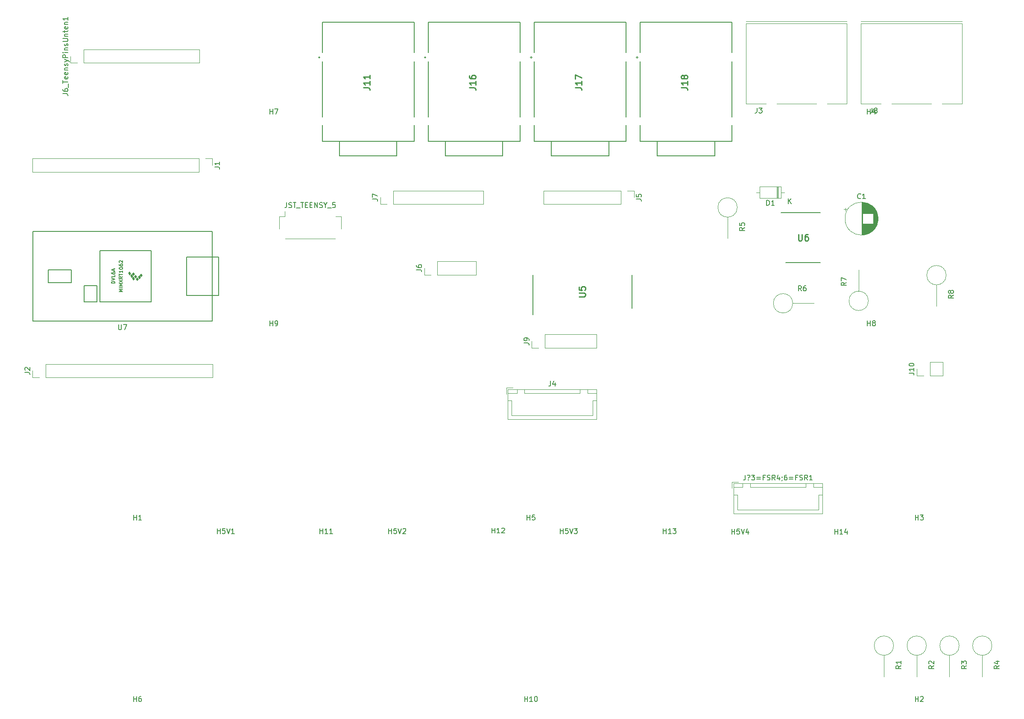
<source format=gbr>
%TF.GenerationSoftware,KiCad,Pcbnew,(6.0.4)*%
%TF.CreationDate,2022-07-24T12:14:58+02:00*%
%TF.ProjectId,MHS_Mobile_Hardware_Sampler_V3,4d48535f-4d6f-4626-996c-655f48617264,rev?*%
%TF.SameCoordinates,Original*%
%TF.FileFunction,Legend,Top*%
%TF.FilePolarity,Positive*%
%FSLAX46Y46*%
G04 Gerber Fmt 4.6, Leading zero omitted, Abs format (unit mm)*
G04 Created by KiCad (PCBNEW (6.0.4)) date 2022-07-24 12:14:58*
%MOMM*%
%LPD*%
G01*
G04 APERTURE LIST*
%ADD10C,0.150000*%
%ADD11C,0.254000*%
%ADD12C,0.100000*%
%ADD13C,0.120000*%
%ADD14C,0.200000*%
G04 APERTURE END LIST*
D10*
%TO.C,H13*%
X142761904Y-119642380D02*
X142761904Y-118642380D01*
X142761904Y-119118571D02*
X143333333Y-119118571D01*
X143333333Y-119642380D02*
X143333333Y-118642380D01*
X144333333Y-119642380D02*
X143761904Y-119642380D01*
X144047619Y-119642380D02*
X144047619Y-118642380D01*
X143952380Y-118785238D01*
X143857142Y-118880476D01*
X143761904Y-118928095D01*
X144666666Y-118642380D02*
X145285714Y-118642380D01*
X144952380Y-119023333D01*
X145095238Y-119023333D01*
X145190476Y-119070952D01*
X145238095Y-119118571D01*
X145285714Y-119213809D01*
X145285714Y-119451904D01*
X145238095Y-119547142D01*
X145190476Y-119594761D01*
X145095238Y-119642380D01*
X144809523Y-119642380D01*
X144714285Y-119594761D01*
X144666666Y-119547142D01*
%TO.C,H14*%
X176761904Y-119742380D02*
X176761904Y-118742380D01*
X176761904Y-119218571D02*
X177333333Y-119218571D01*
X177333333Y-119742380D02*
X177333333Y-118742380D01*
X178333333Y-119742380D02*
X177761904Y-119742380D01*
X178047619Y-119742380D02*
X178047619Y-118742380D01*
X177952380Y-118885238D01*
X177857142Y-118980476D01*
X177761904Y-119028095D01*
X179190476Y-119075714D02*
X179190476Y-119742380D01*
X178952380Y-118694761D02*
X178714285Y-119409047D01*
X179333333Y-119409047D01*
%TO.C,U7*%
X34748095Y-78232380D02*
X34748095Y-79041904D01*
X34795714Y-79137142D01*
X34843333Y-79184761D01*
X34938571Y-79232380D01*
X35129047Y-79232380D01*
X35224285Y-79184761D01*
X35271904Y-79137142D01*
X35319523Y-79041904D01*
X35319523Y-78232380D01*
X35700476Y-78232380D02*
X36367142Y-78232380D01*
X35938571Y-79232380D01*
X35572666Y-71703333D02*
X34872666Y-71703333D01*
X35372666Y-71470000D01*
X34872666Y-71236666D01*
X35572666Y-71236666D01*
X35572666Y-70903333D02*
X34872666Y-70903333D01*
X35572666Y-70570000D02*
X34872666Y-70570000D01*
X35372666Y-70336666D01*
X34872666Y-70103333D01*
X35572666Y-70103333D01*
X34872666Y-69836666D02*
X35572666Y-69370000D01*
X34872666Y-69370000D02*
X35572666Y-69836666D01*
X35572666Y-68703333D02*
X35239333Y-68936666D01*
X35572666Y-69103333D02*
X34872666Y-69103333D01*
X34872666Y-68836666D01*
X34906000Y-68770000D01*
X34939333Y-68736666D01*
X35006000Y-68703333D01*
X35106000Y-68703333D01*
X35172666Y-68736666D01*
X35206000Y-68770000D01*
X35239333Y-68836666D01*
X35239333Y-69103333D01*
X34872666Y-68503333D02*
X34872666Y-68103333D01*
X35572666Y-68303333D02*
X34872666Y-68303333D01*
X35572666Y-67503333D02*
X35572666Y-67903333D01*
X35572666Y-67703333D02*
X34872666Y-67703333D01*
X34972666Y-67770000D01*
X35039333Y-67836666D01*
X35072666Y-67903333D01*
X34872666Y-67070000D02*
X34872666Y-67003333D01*
X34906000Y-66936666D01*
X34939333Y-66903333D01*
X35006000Y-66870000D01*
X35139333Y-66836666D01*
X35306000Y-66836666D01*
X35439333Y-66870000D01*
X35506000Y-66903333D01*
X35539333Y-66936666D01*
X35572666Y-67003333D01*
X35572666Y-67070000D01*
X35539333Y-67136666D01*
X35506000Y-67170000D01*
X35439333Y-67203333D01*
X35306000Y-67236666D01*
X35139333Y-67236666D01*
X35006000Y-67203333D01*
X34939333Y-67170000D01*
X34906000Y-67136666D01*
X34872666Y-67070000D01*
X34872666Y-66236666D02*
X34872666Y-66370000D01*
X34906000Y-66436666D01*
X34939333Y-66470000D01*
X35039333Y-66536666D01*
X35172666Y-66570000D01*
X35439333Y-66570000D01*
X35506000Y-66536666D01*
X35539333Y-66503333D01*
X35572666Y-66436666D01*
X35572666Y-66303333D01*
X35539333Y-66236666D01*
X35506000Y-66203333D01*
X35439333Y-66170000D01*
X35272666Y-66170000D01*
X35206000Y-66203333D01*
X35172666Y-66236666D01*
X35139333Y-66303333D01*
X35139333Y-66436666D01*
X35172666Y-66503333D01*
X35206000Y-66536666D01*
X35272666Y-66570000D01*
X34939333Y-65903333D02*
X34906000Y-65870000D01*
X34872666Y-65803333D01*
X34872666Y-65636666D01*
X34906000Y-65570000D01*
X34939333Y-65536666D01*
X35006000Y-65503333D01*
X35072666Y-65503333D01*
X35172666Y-65536666D01*
X35572666Y-65936666D01*
X35572666Y-65503333D01*
X34048666Y-70020000D02*
X33348666Y-70020000D01*
X33348666Y-69853333D01*
X33382000Y-69753333D01*
X33448666Y-69686666D01*
X33515333Y-69653333D01*
X33648666Y-69620000D01*
X33748666Y-69620000D01*
X33882000Y-69653333D01*
X33948666Y-69686666D01*
X34015333Y-69753333D01*
X34048666Y-69853333D01*
X34048666Y-70020000D01*
X33348666Y-69420000D02*
X34048666Y-69186666D01*
X33348666Y-68953333D01*
X34048666Y-68386666D02*
X34048666Y-68720000D01*
X33348666Y-68720000D01*
X33348666Y-67853333D02*
X33348666Y-67986666D01*
X33382000Y-68053333D01*
X33415333Y-68086666D01*
X33515333Y-68153333D01*
X33648666Y-68186666D01*
X33915333Y-68186666D01*
X33982000Y-68153333D01*
X34015333Y-68120000D01*
X34048666Y-68053333D01*
X34048666Y-67920000D01*
X34015333Y-67853333D01*
X33982000Y-67820000D01*
X33915333Y-67786666D01*
X33748666Y-67786666D01*
X33682000Y-67820000D01*
X33648666Y-67853333D01*
X33615333Y-67920000D01*
X33615333Y-68053333D01*
X33648666Y-68120000D01*
X33682000Y-68153333D01*
X33748666Y-68186666D01*
X33848666Y-67520000D02*
X33848666Y-67186666D01*
X34048666Y-67586666D02*
X33348666Y-67353333D01*
X34048666Y-67120000D01*
%TO.C,H5V1*%
X54333333Y-119642380D02*
X54333333Y-118642380D01*
X54333333Y-119118571D02*
X54904761Y-119118571D01*
X54904761Y-119642380D02*
X54904761Y-118642380D01*
X55857142Y-118642380D02*
X55380952Y-118642380D01*
X55333333Y-119118571D01*
X55380952Y-119070952D01*
X55476190Y-119023333D01*
X55714285Y-119023333D01*
X55809523Y-119070952D01*
X55857142Y-119118571D01*
X55904761Y-119213809D01*
X55904761Y-119451904D01*
X55857142Y-119547142D01*
X55809523Y-119594761D01*
X55714285Y-119642380D01*
X55476190Y-119642380D01*
X55380952Y-119594761D01*
X55333333Y-119547142D01*
X56190476Y-118642380D02*
X56523809Y-119642380D01*
X56857142Y-118642380D01*
X57714285Y-119642380D02*
X57142857Y-119642380D01*
X57428571Y-119642380D02*
X57428571Y-118642380D01*
X57333333Y-118785238D01*
X57238095Y-118880476D01*
X57142857Y-118928095D01*
%TO.C,J6_TeensyPinsUnten1*%
X23697380Y-32404761D02*
X24411666Y-32404761D01*
X24554523Y-32452380D01*
X24649761Y-32547619D01*
X24697380Y-32690476D01*
X24697380Y-32785714D01*
X23697380Y-31500000D02*
X23697380Y-31690476D01*
X23745000Y-31785714D01*
X23792619Y-31833333D01*
X23935476Y-31928571D01*
X24125952Y-31976190D01*
X24506904Y-31976190D01*
X24602142Y-31928571D01*
X24649761Y-31880952D01*
X24697380Y-31785714D01*
X24697380Y-31595238D01*
X24649761Y-31500000D01*
X24602142Y-31452380D01*
X24506904Y-31404761D01*
X24268809Y-31404761D01*
X24173571Y-31452380D01*
X24125952Y-31500000D01*
X24078333Y-31595238D01*
X24078333Y-31785714D01*
X24125952Y-31880952D01*
X24173571Y-31928571D01*
X24268809Y-31976190D01*
X24792619Y-31214285D02*
X24792619Y-30452380D01*
X23697380Y-30357142D02*
X23697380Y-29785714D01*
X24697380Y-30071428D02*
X23697380Y-30071428D01*
X24649761Y-29071428D02*
X24697380Y-29166666D01*
X24697380Y-29357142D01*
X24649761Y-29452380D01*
X24554523Y-29500000D01*
X24173571Y-29500000D01*
X24078333Y-29452380D01*
X24030714Y-29357142D01*
X24030714Y-29166666D01*
X24078333Y-29071428D01*
X24173571Y-29023809D01*
X24268809Y-29023809D01*
X24364047Y-29500000D01*
X24649761Y-28214285D02*
X24697380Y-28309523D01*
X24697380Y-28500000D01*
X24649761Y-28595238D01*
X24554523Y-28642857D01*
X24173571Y-28642857D01*
X24078333Y-28595238D01*
X24030714Y-28500000D01*
X24030714Y-28309523D01*
X24078333Y-28214285D01*
X24173571Y-28166666D01*
X24268809Y-28166666D01*
X24364047Y-28642857D01*
X24030714Y-27738095D02*
X24697380Y-27738095D01*
X24125952Y-27738095D02*
X24078333Y-27690476D01*
X24030714Y-27595238D01*
X24030714Y-27452380D01*
X24078333Y-27357142D01*
X24173571Y-27309523D01*
X24697380Y-27309523D01*
X24649761Y-26880952D02*
X24697380Y-26785714D01*
X24697380Y-26595238D01*
X24649761Y-26500000D01*
X24554523Y-26452380D01*
X24506904Y-26452380D01*
X24411666Y-26500000D01*
X24364047Y-26595238D01*
X24364047Y-26738095D01*
X24316428Y-26833333D01*
X24221190Y-26880952D01*
X24173571Y-26880952D01*
X24078333Y-26833333D01*
X24030714Y-26738095D01*
X24030714Y-26595238D01*
X24078333Y-26500000D01*
X24030714Y-26119047D02*
X24697380Y-25880952D01*
X24030714Y-25642857D02*
X24697380Y-25880952D01*
X24935476Y-25976190D01*
X24983095Y-26023809D01*
X25030714Y-26119047D01*
X24697380Y-25261904D02*
X23697380Y-25261904D01*
X23697380Y-24880952D01*
X23745000Y-24785714D01*
X23792619Y-24738095D01*
X23887857Y-24690476D01*
X24030714Y-24690476D01*
X24125952Y-24738095D01*
X24173571Y-24785714D01*
X24221190Y-24880952D01*
X24221190Y-25261904D01*
X24697380Y-24261904D02*
X24030714Y-24261904D01*
X23697380Y-24261904D02*
X23745000Y-24309523D01*
X23792619Y-24261904D01*
X23745000Y-24214285D01*
X23697380Y-24261904D01*
X23792619Y-24261904D01*
X24030714Y-23785714D02*
X24697380Y-23785714D01*
X24125952Y-23785714D02*
X24078333Y-23738095D01*
X24030714Y-23642857D01*
X24030714Y-23500000D01*
X24078333Y-23404761D01*
X24173571Y-23357142D01*
X24697380Y-23357142D01*
X24649761Y-22928571D02*
X24697380Y-22833333D01*
X24697380Y-22642857D01*
X24649761Y-22547619D01*
X24554523Y-22500000D01*
X24506904Y-22500000D01*
X24411666Y-22547619D01*
X24364047Y-22642857D01*
X24364047Y-22785714D01*
X24316428Y-22880952D01*
X24221190Y-22928571D01*
X24173571Y-22928571D01*
X24078333Y-22880952D01*
X24030714Y-22785714D01*
X24030714Y-22642857D01*
X24078333Y-22547619D01*
X23697380Y-22071428D02*
X24506904Y-22071428D01*
X24602142Y-22023809D01*
X24649761Y-21976190D01*
X24697380Y-21880952D01*
X24697380Y-21690476D01*
X24649761Y-21595238D01*
X24602142Y-21547619D01*
X24506904Y-21500000D01*
X23697380Y-21500000D01*
X24030714Y-21023809D02*
X24697380Y-21023809D01*
X24125952Y-21023809D02*
X24078333Y-20976190D01*
X24030714Y-20880952D01*
X24030714Y-20738095D01*
X24078333Y-20642857D01*
X24173571Y-20595238D01*
X24697380Y-20595238D01*
X24030714Y-20261904D02*
X24030714Y-19880952D01*
X23697380Y-20119047D02*
X24554523Y-20119047D01*
X24649761Y-20071428D01*
X24697380Y-19976190D01*
X24697380Y-19880952D01*
X24649761Y-19166666D02*
X24697380Y-19261904D01*
X24697380Y-19452380D01*
X24649761Y-19547619D01*
X24554523Y-19595238D01*
X24173571Y-19595238D01*
X24078333Y-19547619D01*
X24030714Y-19452380D01*
X24030714Y-19261904D01*
X24078333Y-19166666D01*
X24173571Y-19119047D01*
X24268809Y-19119047D01*
X24364047Y-19595238D01*
X24030714Y-18690476D02*
X24697380Y-18690476D01*
X24125952Y-18690476D02*
X24078333Y-18642857D01*
X24030714Y-18547619D01*
X24030714Y-18404761D01*
X24078333Y-18309523D01*
X24173571Y-18261904D01*
X24697380Y-18261904D01*
X24697380Y-17261904D02*
X24697380Y-17833333D01*
X24697380Y-17547619D02*
X23697380Y-17547619D01*
X23840238Y-17642857D01*
X23935476Y-17738095D01*
X23983095Y-17833333D01*
%TO.C,R4*%
X209372380Y-145856666D02*
X208896190Y-146190000D01*
X209372380Y-146428095D02*
X208372380Y-146428095D01*
X208372380Y-146047142D01*
X208420000Y-145951904D01*
X208467619Y-145904285D01*
X208562857Y-145856666D01*
X208705714Y-145856666D01*
X208800952Y-145904285D01*
X208848571Y-145951904D01*
X208896190Y-146047142D01*
X208896190Y-146428095D01*
X208705714Y-144999523D02*
X209372380Y-144999523D01*
X208324761Y-145237619D02*
X209039047Y-145475714D01*
X209039047Y-144856666D01*
%TO.C,H3*%
X192738095Y-116952380D02*
X192738095Y-115952380D01*
X192738095Y-116428571D02*
X193309523Y-116428571D01*
X193309523Y-116952380D02*
X193309523Y-115952380D01*
X193690476Y-115952380D02*
X194309523Y-115952380D01*
X193976190Y-116333333D01*
X194119047Y-116333333D01*
X194214285Y-116380952D01*
X194261904Y-116428571D01*
X194309523Y-116523809D01*
X194309523Y-116761904D01*
X194261904Y-116857142D01*
X194214285Y-116904761D01*
X194119047Y-116952380D01*
X193833333Y-116952380D01*
X193738095Y-116904761D01*
X193690476Y-116857142D01*
D11*
%TO.C,U6*%
X169532380Y-60294523D02*
X169532380Y-61322619D01*
X169592857Y-61443571D01*
X169653333Y-61504047D01*
X169774285Y-61564523D01*
X170016190Y-61564523D01*
X170137142Y-61504047D01*
X170197619Y-61443571D01*
X170258095Y-61322619D01*
X170258095Y-60294523D01*
X171407142Y-60294523D02*
X171165238Y-60294523D01*
X171044285Y-60355000D01*
X170983809Y-60415476D01*
X170862857Y-60596904D01*
X170802380Y-60838809D01*
X170802380Y-61322619D01*
X170862857Y-61443571D01*
X170923333Y-61504047D01*
X171044285Y-61564523D01*
X171286190Y-61564523D01*
X171407142Y-61504047D01*
X171467619Y-61443571D01*
X171528095Y-61322619D01*
X171528095Y-61020238D01*
X171467619Y-60899285D01*
X171407142Y-60838809D01*
X171286190Y-60778333D01*
X171044285Y-60778333D01*
X170923333Y-60838809D01*
X170862857Y-60899285D01*
X170802380Y-61020238D01*
D10*
%TO.C,J9*%
X115122380Y-81833333D02*
X115836666Y-81833333D01*
X115979523Y-81880952D01*
X116074761Y-81976190D01*
X116122380Y-82119047D01*
X116122380Y-82214285D01*
X116122380Y-81309523D02*
X116122380Y-81119047D01*
X116074761Y-81023809D01*
X116027142Y-80976190D01*
X115884285Y-80880952D01*
X115693809Y-80833333D01*
X115312857Y-80833333D01*
X115217619Y-80880952D01*
X115170000Y-80928571D01*
X115122380Y-81023809D01*
X115122380Y-81214285D01*
X115170000Y-81309523D01*
X115217619Y-81357142D01*
X115312857Y-81404761D01*
X115550952Y-81404761D01*
X115646190Y-81357142D01*
X115693809Y-81309523D01*
X115741428Y-81214285D01*
X115741428Y-81023809D01*
X115693809Y-80928571D01*
X115646190Y-80880952D01*
X115550952Y-80833333D01*
%TO.C,H6*%
X37738095Y-152952380D02*
X37738095Y-151952380D01*
X37738095Y-152428571D02*
X38309523Y-152428571D01*
X38309523Y-152952380D02*
X38309523Y-151952380D01*
X39214285Y-151952380D02*
X39023809Y-151952380D01*
X38928571Y-152000000D01*
X38880952Y-152047619D01*
X38785714Y-152190476D01*
X38738095Y-152380952D01*
X38738095Y-152761904D01*
X38785714Y-152857142D01*
X38833333Y-152904761D01*
X38928571Y-152952380D01*
X39119047Y-152952380D01*
X39214285Y-152904761D01*
X39261904Y-152857142D01*
X39309523Y-152761904D01*
X39309523Y-152523809D01*
X39261904Y-152428571D01*
X39214285Y-152380952D01*
X39119047Y-152333333D01*
X38928571Y-152333333D01*
X38833333Y-152380952D01*
X38785714Y-152428571D01*
X38738095Y-152523809D01*
%TO.C,H2*%
X192738095Y-152952380D02*
X192738095Y-151952380D01*
X192738095Y-152428571D02*
X193309523Y-152428571D01*
X193309523Y-152952380D02*
X193309523Y-151952380D01*
X193738095Y-152047619D02*
X193785714Y-152000000D01*
X193880952Y-151952380D01*
X194119047Y-151952380D01*
X194214285Y-152000000D01*
X194261904Y-152047619D01*
X194309523Y-152142857D01*
X194309523Y-152238095D01*
X194261904Y-152380952D01*
X193690476Y-152952380D01*
X194309523Y-152952380D01*
%TO.C,J4*%
X120416666Y-89402380D02*
X120416666Y-90116666D01*
X120369047Y-90259523D01*
X120273809Y-90354761D01*
X120130952Y-90402380D01*
X120035714Y-90402380D01*
X121321428Y-89735714D02*
X121321428Y-90402380D01*
X121083333Y-89354761D02*
X120845238Y-90069047D01*
X121464285Y-90069047D01*
%TO.C,H12*%
X108761904Y-119542380D02*
X108761904Y-118542380D01*
X108761904Y-119018571D02*
X109333333Y-119018571D01*
X109333333Y-119542380D02*
X109333333Y-118542380D01*
X110333333Y-119542380D02*
X109761904Y-119542380D01*
X110047619Y-119542380D02*
X110047619Y-118542380D01*
X109952380Y-118685238D01*
X109857142Y-118780476D01*
X109761904Y-118828095D01*
X110714285Y-118637619D02*
X110761904Y-118590000D01*
X110857142Y-118542380D01*
X111095238Y-118542380D01*
X111190476Y-118590000D01*
X111238095Y-118637619D01*
X111285714Y-118732857D01*
X111285714Y-118828095D01*
X111238095Y-118970952D01*
X110666666Y-119542380D01*
X111285714Y-119542380D01*
%TO.C,H5V3*%
X122333333Y-119642380D02*
X122333333Y-118642380D01*
X122333333Y-119118571D02*
X122904761Y-119118571D01*
X122904761Y-119642380D02*
X122904761Y-118642380D01*
X123857142Y-118642380D02*
X123380952Y-118642380D01*
X123333333Y-119118571D01*
X123380952Y-119070952D01*
X123476190Y-119023333D01*
X123714285Y-119023333D01*
X123809523Y-119070952D01*
X123857142Y-119118571D01*
X123904761Y-119213809D01*
X123904761Y-119451904D01*
X123857142Y-119547142D01*
X123809523Y-119594761D01*
X123714285Y-119642380D01*
X123476190Y-119642380D01*
X123380952Y-119594761D01*
X123333333Y-119547142D01*
X124190476Y-118642380D02*
X124523809Y-119642380D01*
X124857142Y-118642380D01*
X125095238Y-118642380D02*
X125714285Y-118642380D01*
X125380952Y-119023333D01*
X125523809Y-119023333D01*
X125619047Y-119070952D01*
X125666666Y-119118571D01*
X125714285Y-119213809D01*
X125714285Y-119451904D01*
X125666666Y-119547142D01*
X125619047Y-119594761D01*
X125523809Y-119642380D01*
X125238095Y-119642380D01*
X125142857Y-119594761D01*
X125095238Y-119547142D01*
%TO.C,J5*%
X137407380Y-53333333D02*
X138121666Y-53333333D01*
X138264523Y-53380952D01*
X138359761Y-53476190D01*
X138407380Y-53619047D01*
X138407380Y-53714285D01*
X137407380Y-52380952D02*
X137407380Y-52857142D01*
X137883571Y-52904761D01*
X137835952Y-52857142D01*
X137788333Y-52761904D01*
X137788333Y-52523809D01*
X137835952Y-52428571D01*
X137883571Y-52380952D01*
X137978809Y-52333333D01*
X138216904Y-52333333D01*
X138312142Y-52380952D01*
X138359761Y-52428571D01*
X138407380Y-52523809D01*
X138407380Y-52761904D01*
X138359761Y-52857142D01*
X138312142Y-52904761D01*
%TO.C,H11*%
X74661904Y-119642380D02*
X74661904Y-118642380D01*
X74661904Y-119118571D02*
X75233333Y-119118571D01*
X75233333Y-119642380D02*
X75233333Y-118642380D01*
X76233333Y-119642380D02*
X75661904Y-119642380D01*
X75947619Y-119642380D02*
X75947619Y-118642380D01*
X75852380Y-118785238D01*
X75757142Y-118880476D01*
X75661904Y-118928095D01*
X77185714Y-119642380D02*
X76614285Y-119642380D01*
X76900000Y-119642380D02*
X76900000Y-118642380D01*
X76804761Y-118785238D01*
X76709523Y-118880476D01*
X76614285Y-118928095D01*
%TO.C,JST_TEENSY_5*%
X68083333Y-54002380D02*
X68083333Y-54716666D01*
X68035714Y-54859523D01*
X67940476Y-54954761D01*
X67797619Y-55002380D01*
X67702380Y-55002380D01*
X68511904Y-54954761D02*
X68654761Y-55002380D01*
X68892857Y-55002380D01*
X68988095Y-54954761D01*
X69035714Y-54907142D01*
X69083333Y-54811904D01*
X69083333Y-54716666D01*
X69035714Y-54621428D01*
X68988095Y-54573809D01*
X68892857Y-54526190D01*
X68702380Y-54478571D01*
X68607142Y-54430952D01*
X68559523Y-54383333D01*
X68511904Y-54288095D01*
X68511904Y-54192857D01*
X68559523Y-54097619D01*
X68607142Y-54050000D01*
X68702380Y-54002380D01*
X68940476Y-54002380D01*
X69083333Y-54050000D01*
X69369047Y-54002380D02*
X69940476Y-54002380D01*
X69654761Y-55002380D02*
X69654761Y-54002380D01*
X70035714Y-55097619D02*
X70797619Y-55097619D01*
X70892857Y-54002380D02*
X71464285Y-54002380D01*
X71178571Y-55002380D02*
X71178571Y-54002380D01*
X71797619Y-54478571D02*
X72130952Y-54478571D01*
X72273809Y-55002380D02*
X71797619Y-55002380D01*
X71797619Y-54002380D01*
X72273809Y-54002380D01*
X72702380Y-54478571D02*
X73035714Y-54478571D01*
X73178571Y-55002380D02*
X72702380Y-55002380D01*
X72702380Y-54002380D01*
X73178571Y-54002380D01*
X73607142Y-55002380D02*
X73607142Y-54002380D01*
X74178571Y-55002380D01*
X74178571Y-54002380D01*
X74607142Y-54954761D02*
X74750000Y-55002380D01*
X74988095Y-55002380D01*
X75083333Y-54954761D01*
X75130952Y-54907142D01*
X75178571Y-54811904D01*
X75178571Y-54716666D01*
X75130952Y-54621428D01*
X75083333Y-54573809D01*
X74988095Y-54526190D01*
X74797619Y-54478571D01*
X74702380Y-54430952D01*
X74654761Y-54383333D01*
X74607142Y-54288095D01*
X74607142Y-54192857D01*
X74654761Y-54097619D01*
X74702380Y-54050000D01*
X74797619Y-54002380D01*
X75035714Y-54002380D01*
X75178571Y-54050000D01*
X75797619Y-54526190D02*
X75797619Y-55002380D01*
X75464285Y-54002380D02*
X75797619Y-54526190D01*
X76130952Y-54002380D01*
X76226190Y-55097619D02*
X76988095Y-55097619D01*
X77702380Y-54002380D02*
X77226190Y-54002380D01*
X77178571Y-54478571D01*
X77226190Y-54430952D01*
X77321428Y-54383333D01*
X77559523Y-54383333D01*
X77654761Y-54430952D01*
X77702380Y-54478571D01*
X77750000Y-54573809D01*
X77750000Y-54811904D01*
X77702380Y-54907142D01*
X77654761Y-54954761D01*
X77559523Y-55002380D01*
X77321428Y-55002380D01*
X77226190Y-54954761D01*
X77178571Y-54907142D01*
%TO.C,J10*%
X191462380Y-87819523D02*
X192176666Y-87819523D01*
X192319523Y-87867142D01*
X192414761Y-87962380D01*
X192462380Y-88105238D01*
X192462380Y-88200476D01*
X192462380Y-86819523D02*
X192462380Y-87390952D01*
X192462380Y-87105238D02*
X191462380Y-87105238D01*
X191605238Y-87200476D01*
X191700476Y-87295714D01*
X191748095Y-87390952D01*
X191462380Y-86200476D02*
X191462380Y-86105238D01*
X191510000Y-86010000D01*
X191557619Y-85962380D01*
X191652857Y-85914761D01*
X191843333Y-85867142D01*
X192081428Y-85867142D01*
X192271904Y-85914761D01*
X192367142Y-85962380D01*
X192414761Y-86010000D01*
X192462380Y-86105238D01*
X192462380Y-86200476D01*
X192414761Y-86295714D01*
X192367142Y-86343333D01*
X192271904Y-86390952D01*
X192081428Y-86438571D01*
X191843333Y-86438571D01*
X191652857Y-86390952D01*
X191557619Y-86343333D01*
X191510000Y-86295714D01*
X191462380Y-86200476D01*
%TO.C,R1*%
X189872380Y-145856666D02*
X189396190Y-146190000D01*
X189872380Y-146428095D02*
X188872380Y-146428095D01*
X188872380Y-146047142D01*
X188920000Y-145951904D01*
X188967619Y-145904285D01*
X189062857Y-145856666D01*
X189205714Y-145856666D01*
X189300952Y-145904285D01*
X189348571Y-145951904D01*
X189396190Y-146047142D01*
X189396190Y-146428095D01*
X189872380Y-144904285D02*
X189872380Y-145475714D01*
X189872380Y-145190000D02*
X188872380Y-145190000D01*
X189015238Y-145285238D01*
X189110476Y-145380476D01*
X189158095Y-145475714D01*
%TO.C,H1*%
X37738095Y-116952380D02*
X37738095Y-115952380D01*
X37738095Y-116428571D02*
X38309523Y-116428571D01*
X38309523Y-116952380D02*
X38309523Y-115952380D01*
X39309523Y-116952380D02*
X38738095Y-116952380D01*
X39023809Y-116952380D02*
X39023809Y-115952380D01*
X38928571Y-116095238D01*
X38833333Y-116190476D01*
X38738095Y-116238095D01*
%TO.C,J1*%
X53792380Y-46953333D02*
X54506666Y-46953333D01*
X54649523Y-47000952D01*
X54744761Y-47096190D01*
X54792380Y-47239047D01*
X54792380Y-47334285D01*
X54792380Y-45953333D02*
X54792380Y-46524761D01*
X54792380Y-46239047D02*
X53792380Y-46239047D01*
X53935238Y-46334285D01*
X54030476Y-46429523D01*
X54078095Y-46524761D01*
%TO.C,J8*%
X184136666Y-35269880D02*
X184136666Y-35984166D01*
X184089047Y-36127023D01*
X183993809Y-36222261D01*
X183850952Y-36269880D01*
X183755714Y-36269880D01*
X184755714Y-35698452D02*
X184660476Y-35650833D01*
X184612857Y-35603214D01*
X184565238Y-35507976D01*
X184565238Y-35460357D01*
X184612857Y-35365119D01*
X184660476Y-35317500D01*
X184755714Y-35269880D01*
X184946190Y-35269880D01*
X185041428Y-35317500D01*
X185089047Y-35365119D01*
X185136666Y-35460357D01*
X185136666Y-35507976D01*
X185089047Y-35603214D01*
X185041428Y-35650833D01*
X184946190Y-35698452D01*
X184755714Y-35698452D01*
X184660476Y-35746071D01*
X184612857Y-35793690D01*
X184565238Y-35888928D01*
X184565238Y-36079404D01*
X184612857Y-36174642D01*
X184660476Y-36222261D01*
X184755714Y-36269880D01*
X184946190Y-36269880D01*
X185041428Y-36222261D01*
X185089047Y-36174642D01*
X185136666Y-36079404D01*
X185136666Y-35888928D01*
X185089047Y-35793690D01*
X185041428Y-35746071D01*
X184946190Y-35698452D01*
%TO.C,J?3=FSR4;6=FSR1*%
X159023809Y-108052140D02*
X159023809Y-108766426D01*
X158976190Y-108909283D01*
X158880952Y-109004521D01*
X158738095Y-109052140D01*
X158642857Y-109052140D01*
X159642857Y-108956902D02*
X159690476Y-109004521D01*
X159642857Y-109052140D01*
X159595238Y-109004521D01*
X159642857Y-108956902D01*
X159642857Y-109052140D01*
X159452380Y-108099760D02*
X159547619Y-108052140D01*
X159785714Y-108052140D01*
X159880952Y-108099760D01*
X159928571Y-108194998D01*
X159928571Y-108290236D01*
X159880952Y-108385474D01*
X159833333Y-108433093D01*
X159738095Y-108480712D01*
X159690476Y-108528331D01*
X159642857Y-108623569D01*
X159642857Y-108671188D01*
X160261904Y-108052140D02*
X160880952Y-108052140D01*
X160547619Y-108433093D01*
X160690476Y-108433093D01*
X160785714Y-108480712D01*
X160833333Y-108528331D01*
X160880952Y-108623569D01*
X160880952Y-108861664D01*
X160833333Y-108956902D01*
X160785714Y-109004521D01*
X160690476Y-109052140D01*
X160404761Y-109052140D01*
X160309523Y-109004521D01*
X160261904Y-108956902D01*
X161309523Y-108528331D02*
X162071428Y-108528331D01*
X162071428Y-108814045D02*
X161309523Y-108814045D01*
X162880952Y-108528331D02*
X162547619Y-108528331D01*
X162547619Y-109052140D02*
X162547619Y-108052140D01*
X163023809Y-108052140D01*
X163357142Y-109004521D02*
X163500000Y-109052140D01*
X163738095Y-109052140D01*
X163833333Y-109004521D01*
X163880952Y-108956902D01*
X163928571Y-108861664D01*
X163928571Y-108766426D01*
X163880952Y-108671188D01*
X163833333Y-108623569D01*
X163738095Y-108575950D01*
X163547619Y-108528331D01*
X163452380Y-108480712D01*
X163404761Y-108433093D01*
X163357142Y-108337855D01*
X163357142Y-108242617D01*
X163404761Y-108147379D01*
X163452380Y-108099760D01*
X163547619Y-108052140D01*
X163785714Y-108052140D01*
X163928571Y-108099760D01*
X164928571Y-109052140D02*
X164595238Y-108575950D01*
X164357142Y-109052140D02*
X164357142Y-108052140D01*
X164738095Y-108052140D01*
X164833333Y-108099760D01*
X164880952Y-108147379D01*
X164928571Y-108242617D01*
X164928571Y-108385474D01*
X164880952Y-108480712D01*
X164833333Y-108528331D01*
X164738095Y-108575950D01*
X164357142Y-108575950D01*
X165785714Y-108385474D02*
X165785714Y-109052140D01*
X165547619Y-108004521D02*
X165309523Y-108718807D01*
X165928571Y-108718807D01*
X166357142Y-109004521D02*
X166357142Y-109052140D01*
X166309523Y-109147379D01*
X166261904Y-109194998D01*
X166309523Y-108433093D02*
X166357142Y-108480712D01*
X166309523Y-108528331D01*
X166261904Y-108480712D01*
X166309523Y-108433093D01*
X166309523Y-108528331D01*
X167214285Y-108052140D02*
X167023809Y-108052140D01*
X166928571Y-108099760D01*
X166880952Y-108147379D01*
X166785714Y-108290236D01*
X166738095Y-108480712D01*
X166738095Y-108861664D01*
X166785714Y-108956902D01*
X166833333Y-109004521D01*
X166928571Y-109052140D01*
X167119047Y-109052140D01*
X167214285Y-109004521D01*
X167261904Y-108956902D01*
X167309523Y-108861664D01*
X167309523Y-108623569D01*
X167261904Y-108528331D01*
X167214285Y-108480712D01*
X167119047Y-108433093D01*
X166928571Y-108433093D01*
X166833333Y-108480712D01*
X166785714Y-108528331D01*
X166738095Y-108623569D01*
X167738095Y-108528331D02*
X168500000Y-108528331D01*
X168500000Y-108814045D02*
X167738095Y-108814045D01*
X169309523Y-108528331D02*
X168976190Y-108528331D01*
X168976190Y-109052140D02*
X168976190Y-108052140D01*
X169452380Y-108052140D01*
X169785714Y-109004521D02*
X169928571Y-109052140D01*
X170166666Y-109052140D01*
X170261904Y-109004521D01*
X170309523Y-108956902D01*
X170357142Y-108861664D01*
X170357142Y-108766426D01*
X170309523Y-108671188D01*
X170261904Y-108623569D01*
X170166666Y-108575950D01*
X169976190Y-108528331D01*
X169880952Y-108480712D01*
X169833333Y-108433093D01*
X169785714Y-108337855D01*
X169785714Y-108242617D01*
X169833333Y-108147379D01*
X169880952Y-108099760D01*
X169976190Y-108052140D01*
X170214285Y-108052140D01*
X170357142Y-108099760D01*
X171357142Y-109052140D02*
X171023809Y-108575950D01*
X170785714Y-109052140D02*
X170785714Y-108052140D01*
X171166666Y-108052140D01*
X171261904Y-108099760D01*
X171309523Y-108147379D01*
X171357142Y-108242617D01*
X171357142Y-108385474D01*
X171309523Y-108480712D01*
X171261904Y-108528331D01*
X171166666Y-108575950D01*
X170785714Y-108575950D01*
X172309523Y-109052140D02*
X171738095Y-109052140D01*
X172023809Y-109052140D02*
X172023809Y-108052140D01*
X171928571Y-108194998D01*
X171833333Y-108290236D01*
X171738095Y-108337855D01*
D11*
%TO.C,J17*%
X125303193Y-31214095D02*
X126210336Y-31214095D01*
X126391765Y-31274571D01*
X126512717Y-31395523D01*
X126573193Y-31576952D01*
X126573193Y-31697904D01*
X126573193Y-29944095D02*
X126573193Y-30669809D01*
X126573193Y-30306952D02*
X125303193Y-30306952D01*
X125484622Y-30427904D01*
X125605574Y-30548857D01*
X125666050Y-30669809D01*
X125303193Y-29520761D02*
X125303193Y-28674095D01*
X126573193Y-29218380D01*
D10*
%TO.C,R8*%
X200292380Y-72386666D02*
X199816190Y-72720000D01*
X200292380Y-72958095D02*
X199292380Y-72958095D01*
X199292380Y-72577142D01*
X199340000Y-72481904D01*
X199387619Y-72434285D01*
X199482857Y-72386666D01*
X199625714Y-72386666D01*
X199720952Y-72434285D01*
X199768571Y-72481904D01*
X199816190Y-72577142D01*
X199816190Y-72958095D01*
X199720952Y-71815238D02*
X199673333Y-71910476D01*
X199625714Y-71958095D01*
X199530476Y-72005714D01*
X199482857Y-72005714D01*
X199387619Y-71958095D01*
X199340000Y-71910476D01*
X199292380Y-71815238D01*
X199292380Y-71624761D01*
X199340000Y-71529523D01*
X199387619Y-71481904D01*
X199482857Y-71434285D01*
X199530476Y-71434285D01*
X199625714Y-71481904D01*
X199673333Y-71529523D01*
X199720952Y-71624761D01*
X199720952Y-71815238D01*
X199768571Y-71910476D01*
X199816190Y-71958095D01*
X199911428Y-72005714D01*
X200101904Y-72005714D01*
X200197142Y-71958095D01*
X200244761Y-71910476D01*
X200292380Y-71815238D01*
X200292380Y-71624761D01*
X200244761Y-71529523D01*
X200197142Y-71481904D01*
X200101904Y-71434285D01*
X199911428Y-71434285D01*
X199816190Y-71481904D01*
X199768571Y-71529523D01*
X199720952Y-71624761D01*
D11*
%TO.C,J16*%
X104273193Y-31214095D02*
X105180336Y-31214095D01*
X105361765Y-31274571D01*
X105482717Y-31395523D01*
X105543193Y-31576952D01*
X105543193Y-31697904D01*
X105543193Y-29944095D02*
X105543193Y-30669809D01*
X105543193Y-30306952D02*
X104273193Y-30306952D01*
X104454622Y-30427904D01*
X104575574Y-30548857D01*
X104636050Y-30669809D01*
X104273193Y-28855523D02*
X104273193Y-29097428D01*
X104333670Y-29218380D01*
X104394146Y-29278857D01*
X104575574Y-29399809D01*
X104817479Y-29460285D01*
X105301289Y-29460285D01*
X105422241Y-29399809D01*
X105482717Y-29339333D01*
X105543193Y-29218380D01*
X105543193Y-28976476D01*
X105482717Y-28855523D01*
X105422241Y-28795047D01*
X105301289Y-28734571D01*
X104998908Y-28734571D01*
X104877955Y-28795047D01*
X104817479Y-28855523D01*
X104757003Y-28976476D01*
X104757003Y-29218380D01*
X104817479Y-29339333D01*
X104877955Y-29399809D01*
X104998908Y-29460285D01*
D10*
%TO.C,R3*%
X202872380Y-145856666D02*
X202396190Y-146190000D01*
X202872380Y-146428095D02*
X201872380Y-146428095D01*
X201872380Y-146047142D01*
X201920000Y-145951904D01*
X201967619Y-145904285D01*
X202062857Y-145856666D01*
X202205714Y-145856666D01*
X202300952Y-145904285D01*
X202348571Y-145951904D01*
X202396190Y-146047142D01*
X202396190Y-146428095D01*
X201872380Y-145523333D02*
X201872380Y-144904285D01*
X202253333Y-145237619D01*
X202253333Y-145094761D01*
X202300952Y-144999523D01*
X202348571Y-144951904D01*
X202443809Y-144904285D01*
X202681904Y-144904285D01*
X202777142Y-144951904D01*
X202824761Y-144999523D01*
X202872380Y-145094761D01*
X202872380Y-145380476D01*
X202824761Y-145475714D01*
X202777142Y-145523333D01*
%TO.C,R6*%
X170143333Y-71522380D02*
X169810000Y-71046190D01*
X169571904Y-71522380D02*
X169571904Y-70522380D01*
X169952857Y-70522380D01*
X170048095Y-70570000D01*
X170095714Y-70617619D01*
X170143333Y-70712857D01*
X170143333Y-70855714D01*
X170095714Y-70950952D01*
X170048095Y-70998571D01*
X169952857Y-71046190D01*
X169571904Y-71046190D01*
X171000476Y-70522380D02*
X170810000Y-70522380D01*
X170714761Y-70570000D01*
X170667142Y-70617619D01*
X170571904Y-70760476D01*
X170524285Y-70950952D01*
X170524285Y-71331904D01*
X170571904Y-71427142D01*
X170619523Y-71474761D01*
X170714761Y-71522380D01*
X170905238Y-71522380D01*
X171000476Y-71474761D01*
X171048095Y-71427142D01*
X171095714Y-71331904D01*
X171095714Y-71093809D01*
X171048095Y-70998571D01*
X171000476Y-70950952D01*
X170905238Y-70903333D01*
X170714761Y-70903333D01*
X170619523Y-70950952D01*
X170571904Y-70998571D01*
X170524285Y-71093809D01*
%TO.C,H5V2*%
X88333333Y-119642380D02*
X88333333Y-118642380D01*
X88333333Y-119118571D02*
X88904761Y-119118571D01*
X88904761Y-119642380D02*
X88904761Y-118642380D01*
X89857142Y-118642380D02*
X89380952Y-118642380D01*
X89333333Y-119118571D01*
X89380952Y-119070952D01*
X89476190Y-119023333D01*
X89714285Y-119023333D01*
X89809523Y-119070952D01*
X89857142Y-119118571D01*
X89904761Y-119213809D01*
X89904761Y-119451904D01*
X89857142Y-119547142D01*
X89809523Y-119594761D01*
X89714285Y-119642380D01*
X89476190Y-119642380D01*
X89380952Y-119594761D01*
X89333333Y-119547142D01*
X90190476Y-118642380D02*
X90523809Y-119642380D01*
X90857142Y-118642380D01*
X91142857Y-118737619D02*
X91190476Y-118690000D01*
X91285714Y-118642380D01*
X91523809Y-118642380D01*
X91619047Y-118690000D01*
X91666666Y-118737619D01*
X91714285Y-118832857D01*
X91714285Y-118928095D01*
X91666666Y-119070952D01*
X91095238Y-119642380D01*
X91714285Y-119642380D01*
%TO.C,J6*%
X93822380Y-67333333D02*
X94536666Y-67333333D01*
X94679523Y-67380952D01*
X94774761Y-67476190D01*
X94822380Y-67619047D01*
X94822380Y-67714285D01*
X93822380Y-66428571D02*
X93822380Y-66619047D01*
X93870000Y-66714285D01*
X93917619Y-66761904D01*
X94060476Y-66857142D01*
X94250952Y-66904761D01*
X94631904Y-66904761D01*
X94727142Y-66857142D01*
X94774761Y-66809523D01*
X94822380Y-66714285D01*
X94822380Y-66523809D01*
X94774761Y-66428571D01*
X94727142Y-66380952D01*
X94631904Y-66333333D01*
X94393809Y-66333333D01*
X94298571Y-66380952D01*
X94250952Y-66428571D01*
X94203333Y-66523809D01*
X94203333Y-66714285D01*
X94250952Y-66809523D01*
X94298571Y-66857142D01*
X94393809Y-66904761D01*
%TO.C,J3*%
X161336666Y-35249880D02*
X161336666Y-35964166D01*
X161289047Y-36107023D01*
X161193809Y-36202261D01*
X161050952Y-36249880D01*
X160955714Y-36249880D01*
X161717619Y-35249880D02*
X162336666Y-35249880D01*
X162003333Y-35630833D01*
X162146190Y-35630833D01*
X162241428Y-35678452D01*
X162289047Y-35726071D01*
X162336666Y-35821309D01*
X162336666Y-36059404D01*
X162289047Y-36154642D01*
X162241428Y-36202261D01*
X162146190Y-36249880D01*
X161860476Y-36249880D01*
X161765238Y-36202261D01*
X161717619Y-36154642D01*
%TO.C,H9*%
X64738095Y-78452380D02*
X64738095Y-77452380D01*
X64738095Y-77928571D02*
X65309523Y-77928571D01*
X65309523Y-78452380D02*
X65309523Y-77452380D01*
X65833333Y-78452380D02*
X66023809Y-78452380D01*
X66119047Y-78404761D01*
X66166666Y-78357142D01*
X66261904Y-78214285D01*
X66309523Y-78023809D01*
X66309523Y-77642857D01*
X66261904Y-77547619D01*
X66214285Y-77500000D01*
X66119047Y-77452380D01*
X65928571Y-77452380D01*
X65833333Y-77500000D01*
X65785714Y-77547619D01*
X65738095Y-77642857D01*
X65738095Y-77880952D01*
X65785714Y-77976190D01*
X65833333Y-78023809D01*
X65928571Y-78071428D01*
X66119047Y-78071428D01*
X66214285Y-78023809D01*
X66261904Y-77976190D01*
X66309523Y-77880952D01*
%TO.C,R2*%
X196372380Y-145856666D02*
X195896190Y-146190000D01*
X196372380Y-146428095D02*
X195372380Y-146428095D01*
X195372380Y-146047142D01*
X195420000Y-145951904D01*
X195467619Y-145904285D01*
X195562857Y-145856666D01*
X195705714Y-145856666D01*
X195800952Y-145904285D01*
X195848571Y-145951904D01*
X195896190Y-146047142D01*
X195896190Y-146428095D01*
X195467619Y-145475714D02*
X195420000Y-145428095D01*
X195372380Y-145332857D01*
X195372380Y-145094761D01*
X195420000Y-144999523D01*
X195467619Y-144951904D01*
X195562857Y-144904285D01*
X195658095Y-144904285D01*
X195800952Y-144951904D01*
X196372380Y-145523333D01*
X196372380Y-144904285D01*
%TO.C,C1*%
X181900954Y-53147142D02*
X181853335Y-53194761D01*
X181710478Y-53242380D01*
X181615240Y-53242380D01*
X181472382Y-53194761D01*
X181377144Y-53099523D01*
X181329525Y-53004285D01*
X181281906Y-52813809D01*
X181281906Y-52670952D01*
X181329525Y-52480476D01*
X181377144Y-52385238D01*
X181472382Y-52290000D01*
X181615240Y-52242380D01*
X181710478Y-52242380D01*
X181853335Y-52290000D01*
X181900954Y-52337619D01*
X182853335Y-53242380D02*
X182281906Y-53242380D01*
X182567621Y-53242380D02*
X182567621Y-52242380D01*
X182472382Y-52385238D01*
X182377144Y-52480476D01*
X182281906Y-52528095D01*
%TO.C,J7*%
X85112380Y-53333333D02*
X85826666Y-53333333D01*
X85969523Y-53380952D01*
X86064761Y-53476190D01*
X86112380Y-53619047D01*
X86112380Y-53714285D01*
X85112380Y-52952380D02*
X85112380Y-52285714D01*
X86112380Y-52714285D01*
D11*
%TO.C,J18*%
X146303193Y-31214095D02*
X147210336Y-31214095D01*
X147391765Y-31274571D01*
X147512717Y-31395523D01*
X147573193Y-31576952D01*
X147573193Y-31697904D01*
X147573193Y-29944095D02*
X147573193Y-30669809D01*
X147573193Y-30306952D02*
X146303193Y-30306952D01*
X146484622Y-30427904D01*
X146605574Y-30548857D01*
X146666050Y-30669809D01*
X146847479Y-29218380D02*
X146787003Y-29339333D01*
X146726527Y-29399809D01*
X146605574Y-29460285D01*
X146545098Y-29460285D01*
X146424146Y-29399809D01*
X146363670Y-29339333D01*
X146303193Y-29218380D01*
X146303193Y-28976476D01*
X146363670Y-28855523D01*
X146424146Y-28795047D01*
X146545098Y-28734571D01*
X146605574Y-28734571D01*
X146726527Y-28795047D01*
X146787003Y-28855523D01*
X146847479Y-28976476D01*
X146847479Y-29218380D01*
X146907955Y-29339333D01*
X146968431Y-29399809D01*
X147089384Y-29460285D01*
X147331289Y-29460285D01*
X147452241Y-29399809D01*
X147512717Y-29339333D01*
X147573193Y-29218380D01*
X147573193Y-28976476D01*
X147512717Y-28855523D01*
X147452241Y-28795047D01*
X147331289Y-28734571D01*
X147089384Y-28734571D01*
X146968431Y-28795047D01*
X146907955Y-28855523D01*
X146847479Y-28976476D01*
D10*
%TO.C,H4*%
X183238095Y-36452380D02*
X183238095Y-35452380D01*
X183238095Y-35928571D02*
X183809523Y-35928571D01*
X183809523Y-36452380D02*
X183809523Y-35452380D01*
X184714285Y-35785714D02*
X184714285Y-36452380D01*
X184476190Y-35404761D02*
X184238095Y-36119047D01*
X184857142Y-36119047D01*
%TO.C,R7*%
X179032380Y-69856666D02*
X178556190Y-70190000D01*
X179032380Y-70428095D02*
X178032380Y-70428095D01*
X178032380Y-70047142D01*
X178080000Y-69951904D01*
X178127619Y-69904285D01*
X178222857Y-69856666D01*
X178365714Y-69856666D01*
X178460952Y-69904285D01*
X178508571Y-69951904D01*
X178556190Y-70047142D01*
X178556190Y-70428095D01*
X178032380Y-69523333D02*
X178032380Y-68856666D01*
X179032380Y-69285238D01*
%TO.C,H8*%
X183238095Y-78452380D02*
X183238095Y-77452380D01*
X183238095Y-77928571D02*
X183809523Y-77928571D01*
X183809523Y-78452380D02*
X183809523Y-77452380D01*
X184428571Y-77880952D02*
X184333333Y-77833333D01*
X184285714Y-77785714D01*
X184238095Y-77690476D01*
X184238095Y-77642857D01*
X184285714Y-77547619D01*
X184333333Y-77500000D01*
X184428571Y-77452380D01*
X184619047Y-77452380D01*
X184714285Y-77500000D01*
X184761904Y-77547619D01*
X184809523Y-77642857D01*
X184809523Y-77690476D01*
X184761904Y-77785714D01*
X184714285Y-77833333D01*
X184619047Y-77880952D01*
X184428571Y-77880952D01*
X184333333Y-77928571D01*
X184285714Y-77976190D01*
X184238095Y-78071428D01*
X184238095Y-78261904D01*
X184285714Y-78357142D01*
X184333333Y-78404761D01*
X184428571Y-78452380D01*
X184619047Y-78452380D01*
X184714285Y-78404761D01*
X184761904Y-78357142D01*
X184809523Y-78261904D01*
X184809523Y-78071428D01*
X184761904Y-77976190D01*
X184714285Y-77928571D01*
X184619047Y-77880952D01*
%TO.C,D1*%
X163261904Y-54562380D02*
X163261904Y-53562380D01*
X163500000Y-53562380D01*
X163642857Y-53610000D01*
X163738095Y-53705238D01*
X163785714Y-53800476D01*
X163833333Y-53990952D01*
X163833333Y-54133809D01*
X163785714Y-54324285D01*
X163738095Y-54419523D01*
X163642857Y-54514761D01*
X163500000Y-54562380D01*
X163261904Y-54562380D01*
X164785714Y-54562380D02*
X164214285Y-54562380D01*
X164500000Y-54562380D02*
X164500000Y-53562380D01*
X164404761Y-53705238D01*
X164309523Y-53800476D01*
X164214285Y-53848095D01*
X167548095Y-54242380D02*
X167548095Y-53242380D01*
X168119523Y-54242380D02*
X167690952Y-53670952D01*
X168119523Y-53242380D02*
X167548095Y-53813809D01*
%TO.C,H10*%
X115261904Y-152952380D02*
X115261904Y-151952380D01*
X115261904Y-152428571D02*
X115833333Y-152428571D01*
X115833333Y-152952380D02*
X115833333Y-151952380D01*
X116833333Y-152952380D02*
X116261904Y-152952380D01*
X116547619Y-152952380D02*
X116547619Y-151952380D01*
X116452380Y-152095238D01*
X116357142Y-152190476D01*
X116261904Y-152238095D01*
X117452380Y-151952380D02*
X117547619Y-151952380D01*
X117642857Y-152000000D01*
X117690476Y-152047619D01*
X117738095Y-152142857D01*
X117785714Y-152333333D01*
X117785714Y-152571428D01*
X117738095Y-152761904D01*
X117690476Y-152857142D01*
X117642857Y-152904761D01*
X117547619Y-152952380D01*
X117452380Y-152952380D01*
X117357142Y-152904761D01*
X117309523Y-152857142D01*
X117261904Y-152761904D01*
X117214285Y-152571428D01*
X117214285Y-152333333D01*
X117261904Y-152142857D01*
X117309523Y-152047619D01*
X117357142Y-152000000D01*
X117452380Y-151952380D01*
%TO.C,H7*%
X64738095Y-36452380D02*
X64738095Y-35452380D01*
X64738095Y-35928571D02*
X65309523Y-35928571D01*
X65309523Y-36452380D02*
X65309523Y-35452380D01*
X65690476Y-35452380D02*
X66357142Y-35452380D01*
X65928571Y-36452380D01*
%TO.C,H5V4*%
X156333333Y-119742380D02*
X156333333Y-118742380D01*
X156333333Y-119218571D02*
X156904761Y-119218571D01*
X156904761Y-119742380D02*
X156904761Y-118742380D01*
X157857142Y-118742380D02*
X157380952Y-118742380D01*
X157333333Y-119218571D01*
X157380952Y-119170952D01*
X157476190Y-119123333D01*
X157714285Y-119123333D01*
X157809523Y-119170952D01*
X157857142Y-119218571D01*
X157904761Y-119313809D01*
X157904761Y-119551904D01*
X157857142Y-119647142D01*
X157809523Y-119694761D01*
X157714285Y-119742380D01*
X157476190Y-119742380D01*
X157380952Y-119694761D01*
X157333333Y-119647142D01*
X158190476Y-118742380D02*
X158523809Y-119742380D01*
X158857142Y-118742380D01*
X159619047Y-119075714D02*
X159619047Y-119742380D01*
X159380952Y-118694761D02*
X159142857Y-119409047D01*
X159761904Y-119409047D01*
%TO.C,J2*%
X16155043Y-87691034D02*
X16869329Y-87691034D01*
X17012186Y-87738653D01*
X17107424Y-87833891D01*
X17155043Y-87976748D01*
X17155043Y-88071986D01*
X16250282Y-87262462D02*
X16202663Y-87214843D01*
X16155043Y-87119605D01*
X16155043Y-86881510D01*
X16202663Y-86786272D01*
X16250282Y-86738653D01*
X16345520Y-86691034D01*
X16440758Y-86691034D01*
X16583615Y-86738653D01*
X17155043Y-87310081D01*
X17155043Y-86691034D01*
%TO.C,H5*%
X115738095Y-116952380D02*
X115738095Y-115952380D01*
X115738095Y-116428571D02*
X116309523Y-116428571D01*
X116309523Y-116952380D02*
X116309523Y-115952380D01*
X117261904Y-115952380D02*
X116785714Y-115952380D01*
X116738095Y-116428571D01*
X116785714Y-116380952D01*
X116880952Y-116333333D01*
X117119047Y-116333333D01*
X117214285Y-116380952D01*
X117261904Y-116428571D01*
X117309523Y-116523809D01*
X117309523Y-116761904D01*
X117261904Y-116857142D01*
X117214285Y-116904761D01*
X117119047Y-116952380D01*
X116880952Y-116952380D01*
X116785714Y-116904761D01*
X116738095Y-116857142D01*
D11*
%TO.C,J11*%
X83272863Y-31214095D02*
X84180006Y-31214095D01*
X84361435Y-31274571D01*
X84482387Y-31395523D01*
X84542863Y-31576952D01*
X84542863Y-31697904D01*
X84542863Y-29944095D02*
X84542863Y-30669809D01*
X84542863Y-30306952D02*
X83272863Y-30306952D01*
X83454292Y-30427904D01*
X83575244Y-30548857D01*
X83635720Y-30669809D01*
X84542863Y-28734571D02*
X84542863Y-29460285D01*
X84542863Y-29097428D02*
X83272863Y-29097428D01*
X83454292Y-29218380D01*
X83575244Y-29339333D01*
X83635720Y-29460285D01*
%TO.C,U5*%
X126034523Y-72655579D02*
X127062619Y-72655579D01*
X127183571Y-72595102D01*
X127244047Y-72534626D01*
X127304523Y-72413674D01*
X127304523Y-72171769D01*
X127244047Y-72050817D01*
X127183571Y-71990340D01*
X127062619Y-71929864D01*
X126034523Y-71929864D01*
X126034523Y-70720340D02*
X126034523Y-71325102D01*
X126639285Y-71385579D01*
X126578809Y-71325102D01*
X126518333Y-71204150D01*
X126518333Y-70901769D01*
X126578809Y-70780817D01*
X126639285Y-70720340D01*
X126760238Y-70659864D01*
X127062619Y-70659864D01*
X127183571Y-70720340D01*
X127244047Y-70780817D01*
X127304523Y-70901769D01*
X127304523Y-71204150D01*
X127244047Y-71325102D01*
X127183571Y-71385579D01*
D10*
%TO.C,R5*%
X158872380Y-58956666D02*
X158396190Y-59290000D01*
X158872380Y-59528095D02*
X157872380Y-59528095D01*
X157872380Y-59147142D01*
X157920000Y-59051904D01*
X157967619Y-59004285D01*
X158062857Y-58956666D01*
X158205714Y-58956666D01*
X158300952Y-59004285D01*
X158348571Y-59051904D01*
X158396190Y-59147142D01*
X158396190Y-59528095D01*
X157872380Y-58051904D02*
X157872380Y-58528095D01*
X158348571Y-58575714D01*
X158300952Y-58528095D01*
X158253333Y-58432857D01*
X158253333Y-58194761D01*
X158300952Y-58099523D01*
X158348571Y-58051904D01*
X158443809Y-58004285D01*
X158681904Y-58004285D01*
X158777142Y-58051904D01*
X158824761Y-58099523D01*
X158872380Y-58194761D01*
X158872380Y-58432857D01*
X158824761Y-58528095D01*
X158777142Y-58575714D01*
%TO.C,U7*%
X20778000Y-69890000D02*
X20778000Y-67350000D01*
X48210000Y-64810000D02*
X48210000Y-72430000D01*
X54560000Y-72430000D02*
X53290000Y-72430000D01*
X30430000Y-70525000D02*
X30430000Y-73700000D01*
X30430000Y-73700000D02*
X27890000Y-73700000D01*
X17730000Y-59730000D02*
X53290000Y-59730000D01*
X41225000Y-73700000D02*
X41225000Y-63540000D01*
X48210000Y-72430000D02*
X53290000Y-72430000D01*
X53290000Y-59730000D02*
X53290000Y-77510000D01*
X27890000Y-70525000D02*
X30430000Y-70525000D01*
X31065000Y-73700000D02*
X41225000Y-73700000D01*
X53290000Y-77510000D02*
X17730000Y-77510000D01*
X17730000Y-77510000D02*
X17730000Y-59730000D01*
X53290000Y-64810000D02*
X54560000Y-64810000D01*
X31065000Y-63540000D02*
X31065000Y-73700000D01*
X20778000Y-67350000D02*
X25350000Y-67350000D01*
X25350000Y-67350000D02*
X25350000Y-69890000D01*
X48210000Y-64810000D02*
X53290000Y-64810000D01*
X31065000Y-63540000D02*
X41225000Y-63540000D01*
X25350000Y-69890000D02*
X20778000Y-69890000D01*
X54560000Y-64810000D02*
X54560000Y-72430000D01*
X27890000Y-73700000D02*
X27890000Y-70525000D01*
G36*
X39066000Y-68874000D02*
G01*
X38812000Y-69128000D01*
X38558000Y-68747000D01*
X38812000Y-68493000D01*
X39066000Y-68874000D01*
G37*
D12*
X39066000Y-68874000D02*
X38812000Y-69128000D01*
X38558000Y-68747000D01*
X38812000Y-68493000D01*
X39066000Y-68874000D01*
G36*
X37542000Y-68620000D02*
G01*
X37288000Y-68874000D01*
X37034000Y-68493000D01*
X37288000Y-68239000D01*
X37542000Y-68620000D01*
G37*
X37542000Y-68620000D02*
X37288000Y-68874000D01*
X37034000Y-68493000D01*
X37288000Y-68239000D01*
X37542000Y-68620000D01*
G36*
X38304000Y-68747000D02*
G01*
X38050000Y-69001000D01*
X37796000Y-68620000D01*
X38050000Y-68366000D01*
X38304000Y-68747000D01*
G37*
X38304000Y-68747000D02*
X38050000Y-69001000D01*
X37796000Y-68620000D01*
X38050000Y-68366000D01*
X38304000Y-68747000D01*
G36*
X37923000Y-69128000D02*
G01*
X37669000Y-69382000D01*
X37415000Y-69001000D01*
X37669000Y-68747000D01*
X37923000Y-69128000D01*
G37*
X37923000Y-69128000D02*
X37669000Y-69382000D01*
X37415000Y-69001000D01*
X37669000Y-68747000D01*
X37923000Y-69128000D01*
G36*
X37161000Y-68112000D02*
G01*
X36907000Y-68366000D01*
X36653000Y-67985000D01*
X36907000Y-67731000D01*
X37161000Y-68112000D01*
G37*
X37161000Y-68112000D02*
X36907000Y-68366000D01*
X36653000Y-67985000D01*
X36907000Y-67731000D01*
X37161000Y-68112000D01*
G36*
X39447000Y-68493000D02*
G01*
X39193000Y-68747000D01*
X38939000Y-68366000D01*
X39193000Y-68112000D01*
X39447000Y-68493000D01*
G37*
X39447000Y-68493000D02*
X39193000Y-68747000D01*
X38939000Y-68366000D01*
X39193000Y-68112000D01*
X39447000Y-68493000D01*
G36*
X37923000Y-68239000D02*
G01*
X37669000Y-68493000D01*
X37415000Y-68112000D01*
X37669000Y-67858000D01*
X37923000Y-68239000D01*
G37*
X37923000Y-68239000D02*
X37669000Y-68493000D01*
X37415000Y-68112000D01*
X37669000Y-67858000D01*
X37923000Y-68239000D01*
G36*
X38685000Y-69255000D02*
G01*
X38431000Y-69509000D01*
X38177000Y-69128000D01*
X38431000Y-68874000D01*
X38685000Y-69255000D01*
G37*
X38685000Y-69255000D02*
X38431000Y-69509000D01*
X38177000Y-69128000D01*
X38431000Y-68874000D01*
X38685000Y-69255000D01*
D13*
%TO.C,J6_TeensyPinsUnten1*%
X50765000Y-26330000D02*
X50765000Y-23670000D01*
X27845000Y-26330000D02*
X27845000Y-23670000D01*
X26575000Y-26330000D02*
X25245000Y-26330000D01*
X27845000Y-23670000D02*
X50765000Y-23670000D01*
X27845000Y-26330000D02*
X50765000Y-26330000D01*
X25245000Y-26330000D02*
X25245000Y-25000000D01*
%TO.C,R4*%
X206000000Y-143800000D02*
X206000000Y-148000000D01*
X207920000Y-141880000D02*
G75*
G03*
X207920000Y-141880000I-1920000J0D01*
G01*
D14*
%TO.C,U6*%
X166110000Y-56035000D02*
X173930000Y-56035000D01*
X167070000Y-65945000D02*
X173930000Y-65945000D01*
D13*
%TO.C,J9*%
X119270000Y-82830000D02*
X129490000Y-82830000D01*
X119270000Y-82830000D02*
X119270000Y-80170000D01*
X119270000Y-80170000D02*
X129490000Y-80170000D01*
X129490000Y-82830000D02*
X129490000Y-80170000D01*
X116670000Y-82830000D02*
X116670000Y-81500000D01*
X118000000Y-82830000D02*
X116670000Y-82830000D01*
%TO.C,J4*%
X115250000Y-91050000D02*
X115250000Y-91800000D01*
X111950000Y-91050000D02*
X111950000Y-91800000D01*
X129550000Y-93300000D02*
X128800000Y-93300000D01*
X111950000Y-93300000D02*
X112700000Y-93300000D01*
X111940000Y-91040000D02*
X111940000Y-97010000D01*
X113750000Y-91050000D02*
X111950000Y-91050000D01*
X127750000Y-91800000D02*
X129550000Y-91800000D01*
X111940000Y-97010000D02*
X129560000Y-97010000D01*
X128800000Y-96250000D02*
X120750000Y-96250000D01*
X113750000Y-91800000D02*
X113750000Y-91050000D01*
X129560000Y-91040000D02*
X111940000Y-91040000D01*
X128800000Y-93300000D02*
X128800000Y-96250000D01*
X111950000Y-91800000D02*
X113750000Y-91800000D01*
X112700000Y-96250000D02*
X120750000Y-96250000D01*
X115250000Y-91800000D02*
X126250000Y-91800000D01*
X129560000Y-97010000D02*
X129560000Y-91040000D01*
X112700000Y-93300000D02*
X112700000Y-96250000D01*
X126250000Y-91800000D02*
X126250000Y-91050000D01*
X126250000Y-91050000D02*
X115250000Y-91050000D01*
X111650000Y-90750000D02*
X111650000Y-92000000D01*
X129550000Y-91800000D02*
X129550000Y-91050000D01*
X129550000Y-91050000D02*
X127750000Y-91050000D01*
X112900000Y-90750000D02*
X111650000Y-90750000D01*
X127750000Y-91050000D02*
X127750000Y-91800000D01*
%TO.C,J5*%
X135625000Y-51670000D02*
X136955000Y-51670000D01*
X134355000Y-51670000D02*
X119055000Y-51670000D01*
X134355000Y-54330000D02*
X119055000Y-54330000D01*
X134355000Y-51670000D02*
X134355000Y-54330000D01*
X136955000Y-51670000D02*
X136955000Y-53000000D01*
X119055000Y-51670000D02*
X119055000Y-54330000D01*
%TO.C,JST_TEENSY_5*%
X78860000Y-59245000D02*
X78860000Y-56745000D01*
X66640000Y-56745000D02*
X67690000Y-56745000D01*
X66640000Y-59245000D02*
X66640000Y-56745000D01*
X78860000Y-56745000D02*
X77810000Y-56745000D01*
X67690000Y-56745000D02*
X67690000Y-55755000D01*
X67810000Y-61215000D02*
X77690000Y-61215000D01*
%TO.C,J10*%
X195610000Y-88340000D02*
X195610000Y-85680000D01*
X194340000Y-88340000D02*
X193010000Y-88340000D01*
X193010000Y-88340000D02*
X193010000Y-87010000D01*
X198210000Y-88340000D02*
X198210000Y-85680000D01*
X195610000Y-85680000D02*
X198210000Y-85680000D01*
X195610000Y-88340000D02*
X198210000Y-88340000D01*
%TO.C,R1*%
X186500000Y-143800000D02*
X186500000Y-148000000D01*
X188420000Y-141880000D02*
G75*
G03*
X188420000Y-141880000I-1920000J0D01*
G01*
%TO.C,J1*%
X17660000Y-45290000D02*
X17660000Y-47950000D01*
X50740000Y-45290000D02*
X17660000Y-45290000D01*
X52010000Y-45290000D02*
X53340000Y-45290000D01*
X50740000Y-45290000D02*
X50740000Y-47950000D01*
X53340000Y-45290000D02*
X53340000Y-46620000D01*
X50740000Y-47950000D02*
X17660000Y-47950000D01*
%TO.C,J8*%
X201970000Y-18527500D02*
X181970000Y-18527500D01*
X181970000Y-34457500D02*
X181970000Y-18527500D01*
X201970000Y-34457500D02*
X198010000Y-34457500D01*
X195910000Y-34457500D02*
X188040000Y-34457500D01*
X196970000Y-18067500D02*
X201970000Y-18067500D01*
X181970000Y-18067500D02*
X186970000Y-18067500D01*
X186970000Y-18067500D02*
X196970000Y-18067500D01*
X201970000Y-34457500D02*
X201970000Y-18527500D01*
X185930000Y-34457500D02*
X181970000Y-34457500D01*
%TO.C,J?3=FSR4;6=FSR1*%
X156400000Y-109399760D02*
X156400000Y-110649760D01*
X172500000Y-110449760D02*
X174300000Y-110449760D01*
X157450000Y-114899760D02*
X165500000Y-114899760D01*
X158500000Y-109699760D02*
X156700000Y-109699760D01*
X174310000Y-115659760D02*
X174310000Y-109689760D01*
X156690000Y-115659760D02*
X174310000Y-115659760D01*
X174300000Y-110449760D02*
X174300000Y-109699760D01*
X174300000Y-109699760D02*
X172500000Y-109699760D01*
X174310000Y-109689760D02*
X156690000Y-109689760D01*
X158500000Y-110449760D02*
X158500000Y-109699760D01*
X160000000Y-109699760D02*
X160000000Y-110449760D01*
X173550000Y-114899760D02*
X165500000Y-114899760D01*
X173550000Y-111949760D02*
X173550000Y-114899760D01*
X174300000Y-111949760D02*
X173550000Y-111949760D01*
X171000000Y-110449760D02*
X171000000Y-109699760D01*
X156690000Y-109689760D02*
X156690000Y-115659760D01*
X172500000Y-109699760D02*
X172500000Y-110449760D01*
X160000000Y-110449760D02*
X171000000Y-110449760D01*
X156700000Y-109699760D02*
X156700000Y-110449760D01*
X156700000Y-110449760D02*
X158500000Y-110449760D01*
X157450000Y-111949760D02*
X157450000Y-114899760D01*
X156700000Y-111949760D02*
X157450000Y-111949760D01*
X157650000Y-109399760D02*
X156400000Y-109399760D01*
X171000000Y-109699760D02*
X160000000Y-109699760D01*
D14*
%TO.C,J17*%
X135369670Y-41845000D02*
X135369670Y-38653000D01*
X135369670Y-26045000D02*
X135369670Y-37045000D01*
X117169670Y-18235000D02*
X117169670Y-24224000D01*
X135369670Y-18235000D02*
X135369670Y-24224000D01*
X120569670Y-41921000D02*
X120569670Y-44765000D01*
X120569670Y-44765000D02*
X131969670Y-44765000D01*
X131969670Y-44765000D02*
X131969670Y-41851000D01*
X117169670Y-26045000D02*
X117169670Y-37045000D01*
X135369670Y-41845000D02*
X117169670Y-41845000D01*
X117169670Y-18235000D02*
X135369670Y-18235000D01*
X117169670Y-41845000D02*
X117169670Y-38653000D01*
X116717010Y-25230000D02*
G75*
G03*
X116717010Y-25230000I-143340J0D01*
G01*
D13*
%TO.C,R8*%
X196920000Y-70330000D02*
X196920000Y-74530000D01*
X198840000Y-68410000D02*
G75*
G03*
X198840000Y-68410000I-1920000J0D01*
G01*
D14*
%TO.C,J16*%
X99539670Y-41921000D02*
X99539670Y-44765000D01*
X96139670Y-26045000D02*
X96139670Y-37045000D01*
X114339670Y-41845000D02*
X114339670Y-38653000D01*
X96139670Y-18235000D02*
X96139670Y-24224000D01*
X114339670Y-26045000D02*
X114339670Y-37045000D01*
X96139670Y-18235000D02*
X114339670Y-18235000D01*
X114339670Y-18235000D02*
X114339670Y-24224000D01*
X96139670Y-41845000D02*
X96139670Y-38653000D01*
X110939670Y-44765000D02*
X110939670Y-41851000D01*
X99539670Y-44765000D02*
X110939670Y-44765000D01*
X114339670Y-41845000D02*
X96139670Y-41845000D01*
X95687010Y-25230000D02*
G75*
G03*
X95687010Y-25230000I-143340J0D01*
G01*
D13*
%TO.C,R3*%
X199500000Y-143800000D02*
X199500000Y-148000000D01*
X201420000Y-141880000D02*
G75*
G03*
X201420000Y-141880000I-1920000J0D01*
G01*
%TO.C,R6*%
X168420000Y-73990000D02*
X172620000Y-73990000D01*
X168420000Y-73990000D02*
G75*
G03*
X168420000Y-73990000I-1920000J0D01*
G01*
%TO.C,J6*%
X97970000Y-65670000D02*
X105650000Y-65670000D01*
X105650000Y-68330000D02*
X105650000Y-65670000D01*
X96700000Y-68330000D02*
X95370000Y-68330000D01*
X97970000Y-68330000D02*
X97970000Y-65670000D01*
X95370000Y-68330000D02*
X95370000Y-67000000D01*
X97970000Y-68330000D02*
X105650000Y-68330000D01*
%TO.C,J3*%
X179170000Y-18507500D02*
X159170000Y-18507500D01*
X164170000Y-18047500D02*
X174170000Y-18047500D01*
X179170000Y-34437500D02*
X175210000Y-34437500D01*
X163130000Y-34437500D02*
X159170000Y-34437500D01*
X174170000Y-18047500D02*
X179170000Y-18047500D01*
X159170000Y-18047500D02*
X164170000Y-18047500D01*
X173110000Y-34437500D02*
X165240000Y-34437500D01*
X179170000Y-34437500D02*
X179170000Y-18507500D01*
X159170000Y-34437500D02*
X159170000Y-18507500D01*
%TO.C,R2*%
X193000000Y-143800000D02*
X193000000Y-148000000D01*
X194920000Y-141880000D02*
G75*
G03*
X194920000Y-141880000I-1920000J0D01*
G01*
%TO.C,C1*%
X182547621Y-53995000D02*
X182547621Y-56150000D01*
X183948621Y-54554000D02*
X183948621Y-56150000D01*
X183388621Y-58230000D02*
X183388621Y-60142000D01*
X182788621Y-58230000D02*
X182788621Y-60340000D01*
X184028621Y-54612000D02*
X184028621Y-56150000D01*
X183628621Y-58230000D02*
X183628621Y-60024000D01*
X182627621Y-58230000D02*
X182627621Y-60372000D01*
X183908621Y-58230000D02*
X183908621Y-59854000D01*
X182547621Y-58230000D02*
X182547621Y-60385000D01*
X182667621Y-54015000D02*
X182667621Y-56150000D01*
X182828621Y-58230000D02*
X182828621Y-60331000D01*
X182467621Y-53984000D02*
X182467621Y-56150000D01*
X183308621Y-58230000D02*
X183308621Y-60176000D01*
X183228621Y-54172000D02*
X183228621Y-56150000D01*
X183748621Y-58230000D02*
X183748621Y-59956000D01*
X184628621Y-55195000D02*
X184628621Y-59185000D01*
X182587621Y-58230000D02*
X182587621Y-60379000D01*
X184308621Y-54847000D02*
X184308621Y-56150000D01*
X184228621Y-58230000D02*
X184228621Y-59606000D01*
X183068621Y-58230000D02*
X183068621Y-60264000D01*
X182507621Y-53989000D02*
X182507621Y-56150000D01*
X184828621Y-55476000D02*
X184828621Y-58904000D01*
X184348621Y-58230000D02*
X184348621Y-59495000D01*
X182147621Y-53960000D02*
X182147621Y-60420000D01*
X182307621Y-53968000D02*
X182307621Y-56150000D01*
X183868621Y-58230000D02*
X183868621Y-59880000D01*
X178567380Y-55351000D02*
X179197380Y-55351000D01*
X183428621Y-54256000D02*
X183428621Y-56150000D01*
X183708621Y-54400000D02*
X183708621Y-56150000D01*
X184148621Y-58230000D02*
X184148621Y-59674000D01*
X184268621Y-58230000D02*
X184268621Y-59570000D01*
X183508621Y-54294000D02*
X183508621Y-56150000D01*
X184948621Y-55681000D02*
X184948621Y-58699000D01*
X184268621Y-54810000D02*
X184268621Y-56150000D01*
X185268621Y-56557000D02*
X185268621Y-57823000D01*
X185028621Y-55840000D02*
X185028621Y-58540000D01*
X183588621Y-58230000D02*
X183588621Y-60046000D01*
X183668621Y-54378000D02*
X183668621Y-56150000D01*
X185188621Y-56250000D02*
X185188621Y-58130000D01*
X183108621Y-54129000D02*
X183108621Y-56150000D01*
X184148621Y-54706000D02*
X184148621Y-56150000D01*
X183188621Y-58230000D02*
X183188621Y-60223000D01*
X184228621Y-54774000D02*
X184228621Y-56150000D01*
X182707621Y-54023000D02*
X182707621Y-56150000D01*
X183908621Y-54526000D02*
X183908621Y-56150000D01*
X184988621Y-55758000D02*
X184988621Y-58622000D01*
X183868621Y-54500000D02*
X183868621Y-56150000D01*
X185148621Y-56131000D02*
X185148621Y-58249000D01*
X183548621Y-58230000D02*
X183548621Y-60066000D01*
X184108621Y-54674000D02*
X184108621Y-56150000D01*
X183388621Y-54238000D02*
X183388621Y-56150000D01*
X183948621Y-58230000D02*
X183948621Y-59826000D01*
X182707621Y-58230000D02*
X182707621Y-60357000D01*
X182747621Y-58230000D02*
X182747621Y-60349000D01*
X184668621Y-55246000D02*
X184668621Y-59134000D01*
X182908621Y-54069000D02*
X182908621Y-56150000D01*
X183468621Y-58230000D02*
X183468621Y-60106000D01*
X184428621Y-54966000D02*
X184428621Y-59414000D01*
X182187621Y-53962000D02*
X182187621Y-60418000D01*
X185068621Y-55928000D02*
X185068621Y-58452000D01*
X182988621Y-58230000D02*
X182988621Y-60288000D01*
X184068621Y-58230000D02*
X184068621Y-59738000D01*
X184708621Y-55300000D02*
X184708621Y-59080000D01*
X183468621Y-54274000D02*
X183468621Y-56150000D01*
X183628621Y-54356000D02*
X183628621Y-56150000D01*
X183428621Y-58230000D02*
X183428621Y-60124000D01*
X182868621Y-54059000D02*
X182868621Y-56150000D01*
X185108621Y-56025000D02*
X185108621Y-58355000D01*
X183348621Y-58230000D02*
X183348621Y-60160000D01*
X184868621Y-55540000D02*
X184868621Y-58840000D01*
X184468621Y-55008000D02*
X184468621Y-59372000D01*
X183148621Y-54143000D02*
X183148621Y-56150000D01*
X183268621Y-54188000D02*
X183268621Y-56150000D01*
X183588621Y-54334000D02*
X183588621Y-56150000D01*
X182988621Y-54092000D02*
X182988621Y-56150000D01*
X184548621Y-55098000D02*
X184548621Y-59282000D01*
X183028621Y-58230000D02*
X183028621Y-60276000D01*
X184388621Y-54925000D02*
X184388621Y-59455000D01*
X182507621Y-58230000D02*
X182507621Y-60391000D01*
X183188621Y-54157000D02*
X183188621Y-56150000D01*
X182307621Y-58230000D02*
X182307621Y-60412000D01*
X182828621Y-54049000D02*
X182828621Y-56150000D01*
X182227621Y-53963000D02*
X182227621Y-60417000D01*
X182387621Y-53975000D02*
X182387621Y-56150000D01*
X182427621Y-58230000D02*
X182427621Y-60401000D01*
X184908621Y-55609000D02*
X184908621Y-58771000D01*
X183988621Y-54583000D02*
X183988621Y-56150000D01*
X182627621Y-54008000D02*
X182627621Y-56150000D01*
X183508621Y-58230000D02*
X183508621Y-60086000D01*
X183268621Y-58230000D02*
X183268621Y-60192000D01*
X184108621Y-58230000D02*
X184108621Y-59706000D01*
X184588621Y-55146000D02*
X184588621Y-59234000D01*
X183788621Y-58230000D02*
X183788621Y-59932000D01*
X183148621Y-58230000D02*
X183148621Y-60237000D01*
X183668621Y-58230000D02*
X183668621Y-60002000D01*
X182107621Y-53960000D02*
X182107621Y-60420000D01*
X183708621Y-58230000D02*
X183708621Y-59980000D01*
X182788621Y-54040000D02*
X182788621Y-56150000D01*
X185308621Y-56788000D02*
X185308621Y-57592000D01*
X182267621Y-53966000D02*
X182267621Y-60414000D01*
X183788621Y-54448000D02*
X183788621Y-56150000D01*
X183108621Y-58230000D02*
X183108621Y-60251000D01*
X184308621Y-58230000D02*
X184308621Y-59533000D01*
X183308621Y-54204000D02*
X183308621Y-56150000D01*
X184788621Y-55414000D02*
X184788621Y-58966000D01*
X182868621Y-58230000D02*
X182868621Y-60321000D01*
X182067621Y-53960000D02*
X182067621Y-60420000D01*
X178882380Y-55036000D02*
X178882380Y-55666000D01*
X182908621Y-58230000D02*
X182908621Y-60311000D01*
X183228621Y-58230000D02*
X183228621Y-60208000D01*
X182427621Y-53979000D02*
X182427621Y-56150000D01*
X183828621Y-54474000D02*
X183828621Y-56150000D01*
X185228621Y-56388000D02*
X185228621Y-57992000D01*
X182347621Y-53972000D02*
X182347621Y-56150000D01*
X183348621Y-54220000D02*
X183348621Y-56150000D01*
X182948621Y-58230000D02*
X182948621Y-60300000D01*
X184748621Y-55356000D02*
X184748621Y-59024000D01*
X183988621Y-58230000D02*
X183988621Y-59797000D01*
X184028621Y-58230000D02*
X184028621Y-59768000D01*
X183748621Y-54424000D02*
X183748621Y-56150000D01*
X183828621Y-58230000D02*
X183828621Y-59906000D01*
X184188621Y-58230000D02*
X184188621Y-59640000D01*
X183028621Y-54104000D02*
X183028621Y-56150000D01*
X184508621Y-55053000D02*
X184508621Y-59327000D01*
X182347621Y-58230000D02*
X182347621Y-60408000D01*
X183548621Y-54314000D02*
X183548621Y-56150000D01*
X184188621Y-54740000D02*
X184188621Y-56150000D01*
X182948621Y-54080000D02*
X182948621Y-56150000D01*
X183068621Y-54116000D02*
X183068621Y-56150000D01*
X182467621Y-58230000D02*
X182467621Y-60396000D01*
X184348621Y-54885000D02*
X184348621Y-56150000D01*
X184068621Y-54642000D02*
X184068621Y-56150000D01*
X182747621Y-54031000D02*
X182747621Y-56150000D01*
X182667621Y-58230000D02*
X182667621Y-60365000D01*
X182587621Y-54001000D02*
X182587621Y-56150000D01*
X182387621Y-58230000D02*
X182387621Y-60405000D01*
X185337621Y-57190000D02*
G75*
G03*
X185337621Y-57190000I-3270000J0D01*
G01*
%TO.C,J7*%
X86660000Y-54330000D02*
X86660000Y-53000000D01*
X89260000Y-54330000D02*
X89260000Y-51670000D01*
X87990000Y-54330000D02*
X86660000Y-54330000D01*
X89260000Y-51670000D02*
X107100000Y-51670000D01*
X107100000Y-54330000D02*
X107100000Y-51670000D01*
X89260000Y-54330000D02*
X107100000Y-54330000D01*
D14*
%TO.C,J18*%
X141569670Y-44765000D02*
X152969670Y-44765000D01*
X156369670Y-18235000D02*
X156369670Y-24224000D01*
X138169670Y-18235000D02*
X138169670Y-24224000D01*
X138169670Y-26045000D02*
X138169670Y-37045000D01*
X156369670Y-26045000D02*
X156369670Y-37045000D01*
X156369670Y-41845000D02*
X156369670Y-38653000D01*
X156369670Y-41845000D02*
X138169670Y-41845000D01*
X152969670Y-44765000D02*
X152969670Y-41851000D01*
X138169670Y-41845000D02*
X138169670Y-38653000D01*
X141569670Y-41921000D02*
X141569670Y-44765000D01*
X138169670Y-18235000D02*
X156369670Y-18235000D01*
X137717010Y-25230000D02*
G75*
G03*
X137717010Y-25230000I-143340J0D01*
G01*
D13*
%TO.C,R7*%
X181500000Y-71580000D02*
X181500000Y-67380000D01*
X183420000Y-73500000D02*
G75*
G03*
X183420000Y-73500000I-1920000J0D01*
G01*
%TO.C,D1*%
X166120000Y-53110000D02*
X166120000Y-50870000D01*
X166120000Y-50870000D02*
X161880000Y-50870000D01*
X165280000Y-53110000D02*
X165280000Y-50870000D01*
X165400000Y-53110000D02*
X165400000Y-50870000D01*
X165520000Y-53110000D02*
X165520000Y-50870000D01*
X161880000Y-53110000D02*
X166120000Y-53110000D01*
X166770000Y-51990000D02*
X166120000Y-51990000D01*
X161880000Y-50870000D02*
X161880000Y-53110000D01*
X161230000Y-51990000D02*
X161880000Y-51990000D01*
%TO.C,J2*%
X19032663Y-88687701D02*
X17702663Y-88687701D01*
X20302663Y-86027701D02*
X53382663Y-86027701D01*
X53382663Y-88687701D02*
X53382663Y-86027701D01*
X20302663Y-88687701D02*
X20302663Y-86027701D01*
X20302663Y-88687701D02*
X53382663Y-88687701D01*
X17702663Y-88687701D02*
X17702663Y-87357701D01*
D14*
%TO.C,J11*%
X75139340Y-18235000D02*
X75139340Y-24224000D01*
X75139340Y-26045000D02*
X75139340Y-37045000D01*
X93339340Y-18235000D02*
X93339340Y-24224000D01*
X93339340Y-26045000D02*
X93339340Y-37045000D01*
X89939340Y-44765000D02*
X89939340Y-41851000D01*
X93339340Y-41845000D02*
X75139340Y-41845000D01*
X75139340Y-18235000D02*
X93339340Y-18235000D01*
X75139340Y-41845000D02*
X75139340Y-38653000D01*
X93339340Y-41845000D02*
X93339340Y-38653000D01*
X78539340Y-41921000D02*
X78539340Y-44765000D01*
X78539340Y-44765000D02*
X89939340Y-44765000D01*
X74686680Y-25230000D02*
G75*
G03*
X74686680Y-25230000I-143340J0D01*
G01*
%TO.C,U5*%
X116885000Y-76222960D02*
X116885000Y-68387960D01*
X136575000Y-74987960D02*
X136575000Y-68387960D01*
D13*
%TO.C,R5*%
X155500000Y-56900000D02*
X155500000Y-61100000D01*
X157420000Y-54980000D02*
G75*
G03*
X157420000Y-54980000I-1920000J0D01*
G01*
%TD*%
M02*

</source>
